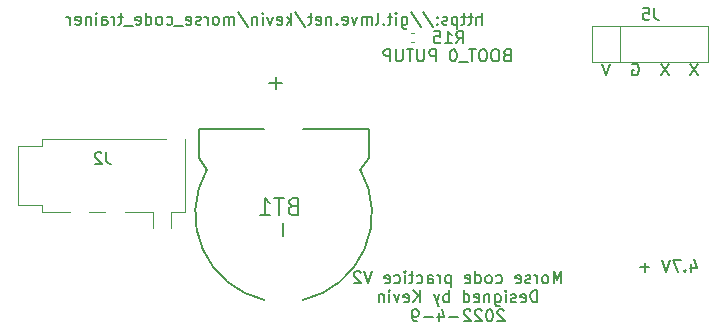
<source format=gbr>
%TF.GenerationSoftware,KiCad,Pcbnew,(6.0.2)*%
%TF.CreationDate,2022-04-09T20:57:27+08:00*%
%TF.ProjectId,Morse_code_PCB,4d6f7273-655f-4636-9f64-655f5043422e,rev?*%
%TF.SameCoordinates,Original*%
%TF.FileFunction,Legend,Bot*%
%TF.FilePolarity,Positive*%
%FSLAX46Y46*%
G04 Gerber Fmt 4.6, Leading zero omitted, Abs format (unit mm)*
G04 Created by KiCad (PCBNEW (6.0.2)) date 2022-04-09 20:57:27*
%MOMM*%
%LPD*%
G01*
G04 APERTURE LIST*
%ADD10C,0.150000*%
%ADD11C,0.120000*%
%ADD12C,0.127000*%
G04 APERTURE END LIST*
D10*
X107800000Y-136052380D02*
X107800000Y-135052380D01*
X107371428Y-136052380D02*
X107371428Y-135528571D01*
X107419047Y-135433333D01*
X107514285Y-135385714D01*
X107657142Y-135385714D01*
X107752380Y-135433333D01*
X107800000Y-135480952D01*
X107038095Y-135385714D02*
X106657142Y-135385714D01*
X106895238Y-135052380D02*
X106895238Y-135909523D01*
X106847619Y-136004761D01*
X106752380Y-136052380D01*
X106657142Y-136052380D01*
X106466666Y-135385714D02*
X106085714Y-135385714D01*
X106323809Y-135052380D02*
X106323809Y-135909523D01*
X106276190Y-136004761D01*
X106180952Y-136052380D01*
X106085714Y-136052380D01*
X105752380Y-135385714D02*
X105752380Y-136385714D01*
X105752380Y-135433333D02*
X105657142Y-135385714D01*
X105466666Y-135385714D01*
X105371428Y-135433333D01*
X105323809Y-135480952D01*
X105276190Y-135576190D01*
X105276190Y-135861904D01*
X105323809Y-135957142D01*
X105371428Y-136004761D01*
X105466666Y-136052380D01*
X105657142Y-136052380D01*
X105752380Y-136004761D01*
X104895238Y-136004761D02*
X104800000Y-136052380D01*
X104609523Y-136052380D01*
X104514285Y-136004761D01*
X104466666Y-135909523D01*
X104466666Y-135861904D01*
X104514285Y-135766666D01*
X104609523Y-135719047D01*
X104752380Y-135719047D01*
X104847619Y-135671428D01*
X104895238Y-135576190D01*
X104895238Y-135528571D01*
X104847619Y-135433333D01*
X104752380Y-135385714D01*
X104609523Y-135385714D01*
X104514285Y-135433333D01*
X104038095Y-135957142D02*
X103990476Y-136004761D01*
X104038095Y-136052380D01*
X104085714Y-136004761D01*
X104038095Y-135957142D01*
X104038095Y-136052380D01*
X104038095Y-135433333D02*
X103990476Y-135480952D01*
X104038095Y-135528571D01*
X104085714Y-135480952D01*
X104038095Y-135433333D01*
X104038095Y-135528571D01*
X102847619Y-135004761D02*
X103704761Y-136290476D01*
X101800000Y-135004761D02*
X102657142Y-136290476D01*
X101038095Y-135385714D02*
X101038095Y-136195238D01*
X101085714Y-136290476D01*
X101133333Y-136338095D01*
X101228571Y-136385714D01*
X101371428Y-136385714D01*
X101466666Y-136338095D01*
X101038095Y-136004761D02*
X101133333Y-136052380D01*
X101323809Y-136052380D01*
X101419047Y-136004761D01*
X101466666Y-135957142D01*
X101514285Y-135861904D01*
X101514285Y-135576190D01*
X101466666Y-135480952D01*
X101419047Y-135433333D01*
X101323809Y-135385714D01*
X101133333Y-135385714D01*
X101038095Y-135433333D01*
X100561904Y-136052380D02*
X100561904Y-135385714D01*
X100561904Y-135052380D02*
X100609523Y-135100000D01*
X100561904Y-135147619D01*
X100514285Y-135100000D01*
X100561904Y-135052380D01*
X100561904Y-135147619D01*
X100228571Y-135385714D02*
X99847619Y-135385714D01*
X100085714Y-135052380D02*
X100085714Y-135909523D01*
X100038095Y-136004761D01*
X99942857Y-136052380D01*
X99847619Y-136052380D01*
X99514285Y-135957142D02*
X99466666Y-136004761D01*
X99514285Y-136052380D01*
X99561904Y-136004761D01*
X99514285Y-135957142D01*
X99514285Y-136052380D01*
X98895238Y-136052380D02*
X98990476Y-136004761D01*
X99038095Y-135909523D01*
X99038095Y-135052380D01*
X98514285Y-136052380D02*
X98514285Y-135385714D01*
X98514285Y-135480952D02*
X98466666Y-135433333D01*
X98371428Y-135385714D01*
X98228571Y-135385714D01*
X98133333Y-135433333D01*
X98085714Y-135528571D01*
X98085714Y-136052380D01*
X98085714Y-135528571D02*
X98038095Y-135433333D01*
X97942857Y-135385714D01*
X97800000Y-135385714D01*
X97704761Y-135433333D01*
X97657142Y-135528571D01*
X97657142Y-136052380D01*
X97276190Y-135385714D02*
X97038095Y-136052380D01*
X96800000Y-135385714D01*
X96038095Y-136004761D02*
X96133333Y-136052380D01*
X96323809Y-136052380D01*
X96419047Y-136004761D01*
X96466666Y-135909523D01*
X96466666Y-135528571D01*
X96419047Y-135433333D01*
X96323809Y-135385714D01*
X96133333Y-135385714D01*
X96038095Y-135433333D01*
X95990476Y-135528571D01*
X95990476Y-135623809D01*
X96466666Y-135719047D01*
X95561904Y-135957142D02*
X95514285Y-136004761D01*
X95561904Y-136052380D01*
X95609523Y-136004761D01*
X95561904Y-135957142D01*
X95561904Y-136052380D01*
X95085714Y-135385714D02*
X95085714Y-136052380D01*
X95085714Y-135480952D02*
X95038095Y-135433333D01*
X94942857Y-135385714D01*
X94800000Y-135385714D01*
X94704761Y-135433333D01*
X94657142Y-135528571D01*
X94657142Y-136052380D01*
X93800000Y-136004761D02*
X93895238Y-136052380D01*
X94085714Y-136052380D01*
X94180952Y-136004761D01*
X94228571Y-135909523D01*
X94228571Y-135528571D01*
X94180952Y-135433333D01*
X94085714Y-135385714D01*
X93895238Y-135385714D01*
X93800000Y-135433333D01*
X93752380Y-135528571D01*
X93752380Y-135623809D01*
X94228571Y-135719047D01*
X93466666Y-135385714D02*
X93085714Y-135385714D01*
X93323809Y-135052380D02*
X93323809Y-135909523D01*
X93276190Y-136004761D01*
X93180952Y-136052380D01*
X93085714Y-136052380D01*
X92038095Y-135004761D02*
X92895238Y-136290476D01*
X91704761Y-136052380D02*
X91704761Y-135052380D01*
X91609523Y-135671428D02*
X91323809Y-136052380D01*
X91323809Y-135385714D02*
X91704761Y-135766666D01*
X90514285Y-136004761D02*
X90609523Y-136052380D01*
X90800000Y-136052380D01*
X90895238Y-136004761D01*
X90942857Y-135909523D01*
X90942857Y-135528571D01*
X90895238Y-135433333D01*
X90800000Y-135385714D01*
X90609523Y-135385714D01*
X90514285Y-135433333D01*
X90466666Y-135528571D01*
X90466666Y-135623809D01*
X90942857Y-135719047D01*
X90133333Y-135385714D02*
X89895238Y-136052380D01*
X89657142Y-135385714D01*
X89276190Y-136052380D02*
X89276190Y-135385714D01*
X89276190Y-135052380D02*
X89323809Y-135100000D01*
X89276190Y-135147619D01*
X89228571Y-135100000D01*
X89276190Y-135052380D01*
X89276190Y-135147619D01*
X88800000Y-135385714D02*
X88800000Y-136052380D01*
X88800000Y-135480952D02*
X88752380Y-135433333D01*
X88657142Y-135385714D01*
X88514285Y-135385714D01*
X88419047Y-135433333D01*
X88371428Y-135528571D01*
X88371428Y-136052380D01*
X87180952Y-135004761D02*
X88038095Y-136290476D01*
X86847619Y-136052380D02*
X86847619Y-135385714D01*
X86847619Y-135480952D02*
X86800000Y-135433333D01*
X86704761Y-135385714D01*
X86561904Y-135385714D01*
X86466666Y-135433333D01*
X86419047Y-135528571D01*
X86419047Y-136052380D01*
X86419047Y-135528571D02*
X86371428Y-135433333D01*
X86276190Y-135385714D01*
X86133333Y-135385714D01*
X86038095Y-135433333D01*
X85990476Y-135528571D01*
X85990476Y-136052380D01*
X85371428Y-136052380D02*
X85466666Y-136004761D01*
X85514285Y-135957142D01*
X85561904Y-135861904D01*
X85561904Y-135576190D01*
X85514285Y-135480952D01*
X85466666Y-135433333D01*
X85371428Y-135385714D01*
X85228571Y-135385714D01*
X85133333Y-135433333D01*
X85085714Y-135480952D01*
X85038095Y-135576190D01*
X85038095Y-135861904D01*
X85085714Y-135957142D01*
X85133333Y-136004761D01*
X85228571Y-136052380D01*
X85371428Y-136052380D01*
X84609523Y-136052380D02*
X84609523Y-135385714D01*
X84609523Y-135576190D02*
X84561904Y-135480952D01*
X84514285Y-135433333D01*
X84419047Y-135385714D01*
X84323809Y-135385714D01*
X84038095Y-136004761D02*
X83942857Y-136052380D01*
X83752380Y-136052380D01*
X83657142Y-136004761D01*
X83609523Y-135909523D01*
X83609523Y-135861904D01*
X83657142Y-135766666D01*
X83752380Y-135719047D01*
X83895238Y-135719047D01*
X83990476Y-135671428D01*
X84038095Y-135576190D01*
X84038095Y-135528571D01*
X83990476Y-135433333D01*
X83895238Y-135385714D01*
X83752380Y-135385714D01*
X83657142Y-135433333D01*
X82800000Y-136004761D02*
X82895238Y-136052380D01*
X83085714Y-136052380D01*
X83180952Y-136004761D01*
X83228571Y-135909523D01*
X83228571Y-135528571D01*
X83180952Y-135433333D01*
X83085714Y-135385714D01*
X82895238Y-135385714D01*
X82800000Y-135433333D01*
X82752380Y-135528571D01*
X82752380Y-135623809D01*
X83228571Y-135719047D01*
X82561904Y-136147619D02*
X81800000Y-136147619D01*
X81133333Y-136004761D02*
X81228571Y-136052380D01*
X81419047Y-136052380D01*
X81514285Y-136004761D01*
X81561904Y-135957142D01*
X81609523Y-135861904D01*
X81609523Y-135576190D01*
X81561904Y-135480952D01*
X81514285Y-135433333D01*
X81419047Y-135385714D01*
X81228571Y-135385714D01*
X81133333Y-135433333D01*
X80561904Y-136052380D02*
X80657142Y-136004761D01*
X80704761Y-135957142D01*
X80752380Y-135861904D01*
X80752380Y-135576190D01*
X80704761Y-135480952D01*
X80657142Y-135433333D01*
X80561904Y-135385714D01*
X80419047Y-135385714D01*
X80323809Y-135433333D01*
X80276190Y-135480952D01*
X80228571Y-135576190D01*
X80228571Y-135861904D01*
X80276190Y-135957142D01*
X80323809Y-136004761D01*
X80419047Y-136052380D01*
X80561904Y-136052380D01*
X79371428Y-136052380D02*
X79371428Y-135052380D01*
X79371428Y-136004761D02*
X79466666Y-136052380D01*
X79657142Y-136052380D01*
X79752380Y-136004761D01*
X79800000Y-135957142D01*
X79847619Y-135861904D01*
X79847619Y-135576190D01*
X79800000Y-135480952D01*
X79752380Y-135433333D01*
X79657142Y-135385714D01*
X79466666Y-135385714D01*
X79371428Y-135433333D01*
X78514285Y-136004761D02*
X78609523Y-136052380D01*
X78800000Y-136052380D01*
X78895238Y-136004761D01*
X78942857Y-135909523D01*
X78942857Y-135528571D01*
X78895238Y-135433333D01*
X78800000Y-135385714D01*
X78609523Y-135385714D01*
X78514285Y-135433333D01*
X78466666Y-135528571D01*
X78466666Y-135623809D01*
X78942857Y-135719047D01*
X78276190Y-136147619D02*
X77514285Y-136147619D01*
X77419047Y-135385714D02*
X77038095Y-135385714D01*
X77276190Y-135052380D02*
X77276190Y-135909523D01*
X77228571Y-136004761D01*
X77133333Y-136052380D01*
X77038095Y-136052380D01*
X76704761Y-136052380D02*
X76704761Y-135385714D01*
X76704761Y-135576190D02*
X76657142Y-135480952D01*
X76609523Y-135433333D01*
X76514285Y-135385714D01*
X76419047Y-135385714D01*
X75657142Y-136052380D02*
X75657142Y-135528571D01*
X75704761Y-135433333D01*
X75800000Y-135385714D01*
X75990476Y-135385714D01*
X76085714Y-135433333D01*
X75657142Y-136004761D02*
X75752380Y-136052380D01*
X75990476Y-136052380D01*
X76085714Y-136004761D01*
X76133333Y-135909523D01*
X76133333Y-135814285D01*
X76085714Y-135719047D01*
X75990476Y-135671428D01*
X75752380Y-135671428D01*
X75657142Y-135623809D01*
X75180952Y-136052380D02*
X75180952Y-135385714D01*
X75180952Y-135052380D02*
X75228571Y-135100000D01*
X75180952Y-135147619D01*
X75133333Y-135100000D01*
X75180952Y-135052380D01*
X75180952Y-135147619D01*
X74704761Y-135385714D02*
X74704761Y-136052380D01*
X74704761Y-135480952D02*
X74657142Y-135433333D01*
X74561904Y-135385714D01*
X74419047Y-135385714D01*
X74323809Y-135433333D01*
X74276190Y-135528571D01*
X74276190Y-136052380D01*
X73419047Y-136004761D02*
X73514285Y-136052380D01*
X73704761Y-136052380D01*
X73800000Y-136004761D01*
X73847619Y-135909523D01*
X73847619Y-135528571D01*
X73800000Y-135433333D01*
X73704761Y-135385714D01*
X73514285Y-135385714D01*
X73419047Y-135433333D01*
X73371428Y-135528571D01*
X73371428Y-135623809D01*
X73847619Y-135719047D01*
X72942857Y-136052380D02*
X72942857Y-135385714D01*
X72942857Y-135576190D02*
X72895238Y-135480952D01*
X72847619Y-135433333D01*
X72752380Y-135385714D01*
X72657142Y-135385714D01*
X125552380Y-156285714D02*
X125552380Y-156952380D01*
X125790476Y-155904761D02*
X126028571Y-156619047D01*
X125409523Y-156619047D01*
X125028571Y-156857142D02*
X124980952Y-156904761D01*
X125028571Y-156952380D01*
X125076190Y-156904761D01*
X125028571Y-156857142D01*
X125028571Y-156952380D01*
X124647619Y-155952380D02*
X123980952Y-155952380D01*
X124409523Y-156952380D01*
X123742857Y-155952380D02*
X123409523Y-156952380D01*
X123076190Y-155952380D01*
X121980952Y-156571428D02*
X121219047Y-156571428D01*
X121600000Y-156952380D02*
X121600000Y-156190476D01*
X109923809Y-138628571D02*
X109780952Y-138676190D01*
X109733333Y-138723809D01*
X109685714Y-138819047D01*
X109685714Y-138961904D01*
X109733333Y-139057142D01*
X109780952Y-139104761D01*
X109876190Y-139152380D01*
X110257142Y-139152380D01*
X110257142Y-138152380D01*
X109923809Y-138152380D01*
X109828571Y-138200000D01*
X109780952Y-138247619D01*
X109733333Y-138342857D01*
X109733333Y-138438095D01*
X109780952Y-138533333D01*
X109828571Y-138580952D01*
X109923809Y-138628571D01*
X110257142Y-138628571D01*
X109066666Y-138152380D02*
X108876190Y-138152380D01*
X108780952Y-138200000D01*
X108685714Y-138295238D01*
X108638095Y-138485714D01*
X108638095Y-138819047D01*
X108685714Y-139009523D01*
X108780952Y-139104761D01*
X108876190Y-139152380D01*
X109066666Y-139152380D01*
X109161904Y-139104761D01*
X109257142Y-139009523D01*
X109304761Y-138819047D01*
X109304761Y-138485714D01*
X109257142Y-138295238D01*
X109161904Y-138200000D01*
X109066666Y-138152380D01*
X108019047Y-138152380D02*
X107828571Y-138152380D01*
X107733333Y-138200000D01*
X107638095Y-138295238D01*
X107590476Y-138485714D01*
X107590476Y-138819047D01*
X107638095Y-139009523D01*
X107733333Y-139104761D01*
X107828571Y-139152380D01*
X108019047Y-139152380D01*
X108114285Y-139104761D01*
X108209523Y-139009523D01*
X108257142Y-138819047D01*
X108257142Y-138485714D01*
X108209523Y-138295238D01*
X108114285Y-138200000D01*
X108019047Y-138152380D01*
X107304761Y-138152380D02*
X106733333Y-138152380D01*
X107019047Y-139152380D02*
X107019047Y-138152380D01*
X106638095Y-139247619D02*
X105876190Y-139247619D01*
X105447619Y-138152380D02*
X105352380Y-138152380D01*
X105257142Y-138200000D01*
X105209523Y-138247619D01*
X105161904Y-138342857D01*
X105114285Y-138533333D01*
X105114285Y-138771428D01*
X105161904Y-138961904D01*
X105209523Y-139057142D01*
X105257142Y-139104761D01*
X105352380Y-139152380D01*
X105447619Y-139152380D01*
X105542857Y-139104761D01*
X105590476Y-139057142D01*
X105638095Y-138961904D01*
X105685714Y-138771428D01*
X105685714Y-138533333D01*
X105638095Y-138342857D01*
X105590476Y-138247619D01*
X105542857Y-138200000D01*
X105447619Y-138152380D01*
X103923809Y-139152380D02*
X103923809Y-138152380D01*
X103542857Y-138152380D01*
X103447619Y-138200000D01*
X103400000Y-138247619D01*
X103352380Y-138342857D01*
X103352380Y-138485714D01*
X103400000Y-138580952D01*
X103447619Y-138628571D01*
X103542857Y-138676190D01*
X103923809Y-138676190D01*
X102923809Y-138152380D02*
X102923809Y-138961904D01*
X102876190Y-139057142D01*
X102828571Y-139104761D01*
X102733333Y-139152380D01*
X102542857Y-139152380D01*
X102447619Y-139104761D01*
X102400000Y-139057142D01*
X102352380Y-138961904D01*
X102352380Y-138152380D01*
X102019047Y-138152380D02*
X101447619Y-138152380D01*
X101733333Y-139152380D02*
X101733333Y-138152380D01*
X101114285Y-138152380D02*
X101114285Y-138961904D01*
X101066666Y-139057142D01*
X101019047Y-139104761D01*
X100923809Y-139152380D01*
X100733333Y-139152380D01*
X100638095Y-139104761D01*
X100590476Y-139057142D01*
X100542857Y-138961904D01*
X100542857Y-138152380D01*
X100066666Y-139152380D02*
X100066666Y-138152380D01*
X99685714Y-138152380D01*
X99590476Y-138200000D01*
X99542857Y-138247619D01*
X99495238Y-138342857D01*
X99495238Y-138485714D01*
X99542857Y-138580952D01*
X99590476Y-138628571D01*
X99685714Y-138676190D01*
X100066666Y-138676190D01*
X126123809Y-139352380D02*
X125457142Y-140352380D01*
X125457142Y-139352380D02*
X126123809Y-140352380D01*
X123647619Y-139352380D02*
X122980952Y-140352380D01*
X122980952Y-139352380D02*
X123647619Y-140352380D01*
X120552380Y-139400000D02*
X120647619Y-139352380D01*
X120790476Y-139352380D01*
X120933333Y-139400000D01*
X121028571Y-139495238D01*
X121076190Y-139590476D01*
X121123809Y-139780952D01*
X121123809Y-139923809D01*
X121076190Y-140114285D01*
X121028571Y-140209523D01*
X120933333Y-140304761D01*
X120790476Y-140352380D01*
X120695238Y-140352380D01*
X120552380Y-140304761D01*
X120504761Y-140257142D01*
X120504761Y-139923809D01*
X120695238Y-139923809D01*
X118695238Y-139352380D02*
X118361904Y-140352380D01*
X118028571Y-139352380D01*
X114561904Y-157942380D02*
X114561904Y-156942380D01*
X114228571Y-157656666D01*
X113895238Y-156942380D01*
X113895238Y-157942380D01*
X113276190Y-157942380D02*
X113371428Y-157894761D01*
X113419047Y-157847142D01*
X113466666Y-157751904D01*
X113466666Y-157466190D01*
X113419047Y-157370952D01*
X113371428Y-157323333D01*
X113276190Y-157275714D01*
X113133333Y-157275714D01*
X113038095Y-157323333D01*
X112990476Y-157370952D01*
X112942857Y-157466190D01*
X112942857Y-157751904D01*
X112990476Y-157847142D01*
X113038095Y-157894761D01*
X113133333Y-157942380D01*
X113276190Y-157942380D01*
X112514285Y-157942380D02*
X112514285Y-157275714D01*
X112514285Y-157466190D02*
X112466666Y-157370952D01*
X112419047Y-157323333D01*
X112323809Y-157275714D01*
X112228571Y-157275714D01*
X111942857Y-157894761D02*
X111847619Y-157942380D01*
X111657142Y-157942380D01*
X111561904Y-157894761D01*
X111514285Y-157799523D01*
X111514285Y-157751904D01*
X111561904Y-157656666D01*
X111657142Y-157609047D01*
X111800000Y-157609047D01*
X111895238Y-157561428D01*
X111942857Y-157466190D01*
X111942857Y-157418571D01*
X111895238Y-157323333D01*
X111800000Y-157275714D01*
X111657142Y-157275714D01*
X111561904Y-157323333D01*
X110704761Y-157894761D02*
X110800000Y-157942380D01*
X110990476Y-157942380D01*
X111085714Y-157894761D01*
X111133333Y-157799523D01*
X111133333Y-157418571D01*
X111085714Y-157323333D01*
X110990476Y-157275714D01*
X110800000Y-157275714D01*
X110704761Y-157323333D01*
X110657142Y-157418571D01*
X110657142Y-157513809D01*
X111133333Y-157609047D01*
X109038095Y-157894761D02*
X109133333Y-157942380D01*
X109323809Y-157942380D01*
X109419047Y-157894761D01*
X109466666Y-157847142D01*
X109514285Y-157751904D01*
X109514285Y-157466190D01*
X109466666Y-157370952D01*
X109419047Y-157323333D01*
X109323809Y-157275714D01*
X109133333Y-157275714D01*
X109038095Y-157323333D01*
X108466666Y-157942380D02*
X108561904Y-157894761D01*
X108609523Y-157847142D01*
X108657142Y-157751904D01*
X108657142Y-157466190D01*
X108609523Y-157370952D01*
X108561904Y-157323333D01*
X108466666Y-157275714D01*
X108323809Y-157275714D01*
X108228571Y-157323333D01*
X108180952Y-157370952D01*
X108133333Y-157466190D01*
X108133333Y-157751904D01*
X108180952Y-157847142D01*
X108228571Y-157894761D01*
X108323809Y-157942380D01*
X108466666Y-157942380D01*
X107276190Y-157942380D02*
X107276190Y-156942380D01*
X107276190Y-157894761D02*
X107371428Y-157942380D01*
X107561904Y-157942380D01*
X107657142Y-157894761D01*
X107704761Y-157847142D01*
X107752380Y-157751904D01*
X107752380Y-157466190D01*
X107704761Y-157370952D01*
X107657142Y-157323333D01*
X107561904Y-157275714D01*
X107371428Y-157275714D01*
X107276190Y-157323333D01*
X106419047Y-157894761D02*
X106514285Y-157942380D01*
X106704761Y-157942380D01*
X106800000Y-157894761D01*
X106847619Y-157799523D01*
X106847619Y-157418571D01*
X106800000Y-157323333D01*
X106704761Y-157275714D01*
X106514285Y-157275714D01*
X106419047Y-157323333D01*
X106371428Y-157418571D01*
X106371428Y-157513809D01*
X106847619Y-157609047D01*
X105180952Y-157275714D02*
X105180952Y-158275714D01*
X105180952Y-157323333D02*
X105085714Y-157275714D01*
X104895238Y-157275714D01*
X104800000Y-157323333D01*
X104752380Y-157370952D01*
X104704761Y-157466190D01*
X104704761Y-157751904D01*
X104752380Y-157847142D01*
X104800000Y-157894761D01*
X104895238Y-157942380D01*
X105085714Y-157942380D01*
X105180952Y-157894761D01*
X104276190Y-157942380D02*
X104276190Y-157275714D01*
X104276190Y-157466190D02*
X104228571Y-157370952D01*
X104180952Y-157323333D01*
X104085714Y-157275714D01*
X103990476Y-157275714D01*
X103228571Y-157942380D02*
X103228571Y-157418571D01*
X103276190Y-157323333D01*
X103371428Y-157275714D01*
X103561904Y-157275714D01*
X103657142Y-157323333D01*
X103228571Y-157894761D02*
X103323809Y-157942380D01*
X103561904Y-157942380D01*
X103657142Y-157894761D01*
X103704761Y-157799523D01*
X103704761Y-157704285D01*
X103657142Y-157609047D01*
X103561904Y-157561428D01*
X103323809Y-157561428D01*
X103228571Y-157513809D01*
X102323809Y-157894761D02*
X102419047Y-157942380D01*
X102609523Y-157942380D01*
X102704761Y-157894761D01*
X102752380Y-157847142D01*
X102800000Y-157751904D01*
X102800000Y-157466190D01*
X102752380Y-157370952D01*
X102704761Y-157323333D01*
X102609523Y-157275714D01*
X102419047Y-157275714D01*
X102323809Y-157323333D01*
X102038095Y-157275714D02*
X101657142Y-157275714D01*
X101895238Y-156942380D02*
X101895238Y-157799523D01*
X101847619Y-157894761D01*
X101752380Y-157942380D01*
X101657142Y-157942380D01*
X101323809Y-157942380D02*
X101323809Y-157275714D01*
X101323809Y-156942380D02*
X101371428Y-156990000D01*
X101323809Y-157037619D01*
X101276190Y-156990000D01*
X101323809Y-156942380D01*
X101323809Y-157037619D01*
X100419047Y-157894761D02*
X100514285Y-157942380D01*
X100704761Y-157942380D01*
X100800000Y-157894761D01*
X100847619Y-157847142D01*
X100895238Y-157751904D01*
X100895238Y-157466190D01*
X100847619Y-157370952D01*
X100800000Y-157323333D01*
X100704761Y-157275714D01*
X100514285Y-157275714D01*
X100419047Y-157323333D01*
X99609523Y-157894761D02*
X99704761Y-157942380D01*
X99895238Y-157942380D01*
X99990476Y-157894761D01*
X100038095Y-157799523D01*
X100038095Y-157418571D01*
X99990476Y-157323333D01*
X99895238Y-157275714D01*
X99704761Y-157275714D01*
X99609523Y-157323333D01*
X99561904Y-157418571D01*
X99561904Y-157513809D01*
X100038095Y-157609047D01*
X98514285Y-156942380D02*
X98180952Y-157942380D01*
X97847619Y-156942380D01*
X97561904Y-157037619D02*
X97514285Y-156990000D01*
X97419047Y-156942380D01*
X97180952Y-156942380D01*
X97085714Y-156990000D01*
X97038095Y-157037619D01*
X96990476Y-157132857D01*
X96990476Y-157228095D01*
X97038095Y-157370952D01*
X97609523Y-157942380D01*
X96990476Y-157942380D01*
X112514285Y-159552380D02*
X112514285Y-158552380D01*
X112276190Y-158552380D01*
X112133333Y-158600000D01*
X112038095Y-158695238D01*
X111990476Y-158790476D01*
X111942857Y-158980952D01*
X111942857Y-159123809D01*
X111990476Y-159314285D01*
X112038095Y-159409523D01*
X112133333Y-159504761D01*
X112276190Y-159552380D01*
X112514285Y-159552380D01*
X111133333Y-159504761D02*
X111228571Y-159552380D01*
X111419047Y-159552380D01*
X111514285Y-159504761D01*
X111561904Y-159409523D01*
X111561904Y-159028571D01*
X111514285Y-158933333D01*
X111419047Y-158885714D01*
X111228571Y-158885714D01*
X111133333Y-158933333D01*
X111085714Y-159028571D01*
X111085714Y-159123809D01*
X111561904Y-159219047D01*
X110704761Y-159504761D02*
X110609523Y-159552380D01*
X110419047Y-159552380D01*
X110323809Y-159504761D01*
X110276190Y-159409523D01*
X110276190Y-159361904D01*
X110323809Y-159266666D01*
X110419047Y-159219047D01*
X110561904Y-159219047D01*
X110657142Y-159171428D01*
X110704761Y-159076190D01*
X110704761Y-159028571D01*
X110657142Y-158933333D01*
X110561904Y-158885714D01*
X110419047Y-158885714D01*
X110323809Y-158933333D01*
X109847619Y-159552380D02*
X109847619Y-158885714D01*
X109847619Y-158552380D02*
X109895238Y-158600000D01*
X109847619Y-158647619D01*
X109800000Y-158600000D01*
X109847619Y-158552380D01*
X109847619Y-158647619D01*
X108942857Y-158885714D02*
X108942857Y-159695238D01*
X108990476Y-159790476D01*
X109038095Y-159838095D01*
X109133333Y-159885714D01*
X109276190Y-159885714D01*
X109371428Y-159838095D01*
X108942857Y-159504761D02*
X109038095Y-159552380D01*
X109228571Y-159552380D01*
X109323809Y-159504761D01*
X109371428Y-159457142D01*
X109419047Y-159361904D01*
X109419047Y-159076190D01*
X109371428Y-158980952D01*
X109323809Y-158933333D01*
X109228571Y-158885714D01*
X109038095Y-158885714D01*
X108942857Y-158933333D01*
X108466666Y-158885714D02*
X108466666Y-159552380D01*
X108466666Y-158980952D02*
X108419047Y-158933333D01*
X108323809Y-158885714D01*
X108180952Y-158885714D01*
X108085714Y-158933333D01*
X108038095Y-159028571D01*
X108038095Y-159552380D01*
X107180952Y-159504761D02*
X107276190Y-159552380D01*
X107466666Y-159552380D01*
X107561904Y-159504761D01*
X107609523Y-159409523D01*
X107609523Y-159028571D01*
X107561904Y-158933333D01*
X107466666Y-158885714D01*
X107276190Y-158885714D01*
X107180952Y-158933333D01*
X107133333Y-159028571D01*
X107133333Y-159123809D01*
X107609523Y-159219047D01*
X106276190Y-159552380D02*
X106276190Y-158552380D01*
X106276190Y-159504761D02*
X106371428Y-159552380D01*
X106561904Y-159552380D01*
X106657142Y-159504761D01*
X106704761Y-159457142D01*
X106752380Y-159361904D01*
X106752380Y-159076190D01*
X106704761Y-158980952D01*
X106657142Y-158933333D01*
X106561904Y-158885714D01*
X106371428Y-158885714D01*
X106276190Y-158933333D01*
X105038095Y-159552380D02*
X105038095Y-158552380D01*
X105038095Y-158933333D02*
X104942857Y-158885714D01*
X104752380Y-158885714D01*
X104657142Y-158933333D01*
X104609523Y-158980952D01*
X104561904Y-159076190D01*
X104561904Y-159361904D01*
X104609523Y-159457142D01*
X104657142Y-159504761D01*
X104752380Y-159552380D01*
X104942857Y-159552380D01*
X105038095Y-159504761D01*
X104228571Y-158885714D02*
X103990476Y-159552380D01*
X103752380Y-158885714D02*
X103990476Y-159552380D01*
X104085714Y-159790476D01*
X104133333Y-159838095D01*
X104228571Y-159885714D01*
X102609523Y-159552380D02*
X102609523Y-158552380D01*
X102038095Y-159552380D02*
X102466666Y-158980952D01*
X102038095Y-158552380D02*
X102609523Y-159123809D01*
X101228571Y-159504761D02*
X101323809Y-159552380D01*
X101514285Y-159552380D01*
X101609523Y-159504761D01*
X101657142Y-159409523D01*
X101657142Y-159028571D01*
X101609523Y-158933333D01*
X101514285Y-158885714D01*
X101323809Y-158885714D01*
X101228571Y-158933333D01*
X101180952Y-159028571D01*
X101180952Y-159123809D01*
X101657142Y-159219047D01*
X100847619Y-158885714D02*
X100609523Y-159552380D01*
X100371428Y-158885714D01*
X99990476Y-159552380D02*
X99990476Y-158885714D01*
X99990476Y-158552380D02*
X100038095Y-158600000D01*
X99990476Y-158647619D01*
X99942857Y-158600000D01*
X99990476Y-158552380D01*
X99990476Y-158647619D01*
X99514285Y-158885714D02*
X99514285Y-159552380D01*
X99514285Y-158980952D02*
X99466666Y-158933333D01*
X99371428Y-158885714D01*
X99228571Y-158885714D01*
X99133333Y-158933333D01*
X99085714Y-159028571D01*
X99085714Y-159552380D01*
X109704761Y-160257619D02*
X109657142Y-160210000D01*
X109561904Y-160162380D01*
X109323809Y-160162380D01*
X109228571Y-160210000D01*
X109180952Y-160257619D01*
X109133333Y-160352857D01*
X109133333Y-160448095D01*
X109180952Y-160590952D01*
X109752380Y-161162380D01*
X109133333Y-161162380D01*
X108514285Y-160162380D02*
X108419047Y-160162380D01*
X108323809Y-160210000D01*
X108276190Y-160257619D01*
X108228571Y-160352857D01*
X108180952Y-160543333D01*
X108180952Y-160781428D01*
X108228571Y-160971904D01*
X108276190Y-161067142D01*
X108323809Y-161114761D01*
X108419047Y-161162380D01*
X108514285Y-161162380D01*
X108609523Y-161114761D01*
X108657142Y-161067142D01*
X108704761Y-160971904D01*
X108752380Y-160781428D01*
X108752380Y-160543333D01*
X108704761Y-160352857D01*
X108657142Y-160257619D01*
X108609523Y-160210000D01*
X108514285Y-160162380D01*
X107800000Y-160257619D02*
X107752380Y-160210000D01*
X107657142Y-160162380D01*
X107419047Y-160162380D01*
X107323809Y-160210000D01*
X107276190Y-160257619D01*
X107228571Y-160352857D01*
X107228571Y-160448095D01*
X107276190Y-160590952D01*
X107847619Y-161162380D01*
X107228571Y-161162380D01*
X106847619Y-160257619D02*
X106800000Y-160210000D01*
X106704761Y-160162380D01*
X106466666Y-160162380D01*
X106371428Y-160210000D01*
X106323809Y-160257619D01*
X106276190Y-160352857D01*
X106276190Y-160448095D01*
X106323809Y-160590952D01*
X106895238Y-161162380D01*
X106276190Y-161162380D01*
X105847619Y-160781428D02*
X105085714Y-160781428D01*
X104180952Y-160495714D02*
X104180952Y-161162380D01*
X104419047Y-160114761D02*
X104657142Y-160829047D01*
X104038095Y-160829047D01*
X103657142Y-160781428D02*
X102895238Y-160781428D01*
X102371428Y-161162380D02*
X102180952Y-161162380D01*
X102085714Y-161114761D01*
X102038095Y-161067142D01*
X101942857Y-160924285D01*
X101895238Y-160733809D01*
X101895238Y-160352857D01*
X101942857Y-160257619D01*
X101990476Y-160210000D01*
X102085714Y-160162380D01*
X102276190Y-160162380D01*
X102371428Y-160210000D01*
X102419047Y-160257619D01*
X102466666Y-160352857D01*
X102466666Y-160590952D01*
X102419047Y-160686190D01*
X102371428Y-160733809D01*
X102276190Y-160781428D01*
X102085714Y-160781428D01*
X101990476Y-160733809D01*
X101942857Y-160686190D01*
X101895238Y-160590952D01*
%TO.C,R15*%
X105642857Y-137622380D02*
X105976190Y-137146190D01*
X106214285Y-137622380D02*
X106214285Y-136622380D01*
X105833333Y-136622380D01*
X105738095Y-136670000D01*
X105690476Y-136717619D01*
X105642857Y-136812857D01*
X105642857Y-136955714D01*
X105690476Y-137050952D01*
X105738095Y-137098571D01*
X105833333Y-137146190D01*
X106214285Y-137146190D01*
X104690476Y-137622380D02*
X105261904Y-137622380D01*
X104976190Y-137622380D02*
X104976190Y-136622380D01*
X105071428Y-136765238D01*
X105166666Y-136860476D01*
X105261904Y-136908095D01*
X103785714Y-136622380D02*
X104261904Y-136622380D01*
X104309523Y-137098571D01*
X104261904Y-137050952D01*
X104166666Y-137003333D01*
X103928571Y-137003333D01*
X103833333Y-137050952D01*
X103785714Y-137098571D01*
X103738095Y-137193809D01*
X103738095Y-137431904D01*
X103785714Y-137527142D01*
X103833333Y-137574761D01*
X103928571Y-137622380D01*
X104166666Y-137622380D01*
X104261904Y-137574761D01*
X104309523Y-137527142D01*
%TO.C,J5*%
X122433333Y-134652380D02*
X122433333Y-135366666D01*
X122480952Y-135509523D01*
X122576190Y-135604761D01*
X122719047Y-135652380D01*
X122814285Y-135652380D01*
X121480952Y-134652380D02*
X121957142Y-134652380D01*
X122004761Y-135128571D01*
X121957142Y-135080952D01*
X121861904Y-135033333D01*
X121623809Y-135033333D01*
X121528571Y-135080952D01*
X121480952Y-135128571D01*
X121433333Y-135223809D01*
X121433333Y-135461904D01*
X121480952Y-135557142D01*
X121528571Y-135604761D01*
X121623809Y-135652380D01*
X121861904Y-135652380D01*
X121957142Y-135604761D01*
X122004761Y-135557142D01*
%TO.C,BT1*%
X91800000Y-151400000D02*
X91600000Y-151466666D01*
X91533333Y-151533333D01*
X91466666Y-151666666D01*
X91466666Y-151866666D01*
X91533333Y-152000000D01*
X91600000Y-152066666D01*
X91733333Y-152133333D01*
X92266666Y-152133333D01*
X92266666Y-150733333D01*
X91800000Y-150733333D01*
X91666666Y-150800000D01*
X91600000Y-150866666D01*
X91533333Y-151000000D01*
X91533333Y-151133333D01*
X91600000Y-151266666D01*
X91666666Y-151333333D01*
X91800000Y-151400000D01*
X92266666Y-151400000D01*
X91066666Y-150733333D02*
X90266666Y-150733333D01*
X90666666Y-152133333D02*
X90666666Y-150733333D01*
X89066666Y-152133333D02*
X89866666Y-152133333D01*
X89466666Y-152133333D02*
X89466666Y-150733333D01*
X89600000Y-150933333D01*
X89733333Y-151066666D01*
X89866666Y-151133333D01*
X91000000Y-152866666D02*
X91000000Y-153933333D01*
X90378000Y-140457666D02*
X90378000Y-141524333D01*
X90911333Y-140991000D02*
X89844666Y-140991000D01*
%TO.C,J2*%
X76033333Y-146852380D02*
X76033333Y-147566666D01*
X76080952Y-147709523D01*
X76176190Y-147804761D01*
X76319047Y-147852380D01*
X76414285Y-147852380D01*
X75604761Y-146947619D02*
X75557142Y-146900000D01*
X75461904Y-146852380D01*
X75223809Y-146852380D01*
X75128571Y-146900000D01*
X75080952Y-146947619D01*
X75033333Y-147042857D01*
X75033333Y-147138095D01*
X75080952Y-147280952D01*
X75652380Y-147852380D01*
X75033333Y-147852380D01*
D11*
%TO.C,R15*%
X101796359Y-137550000D02*
X102103641Y-137550000D01*
X101796359Y-136790000D02*
X102103641Y-136790000D01*
%TO.C,J5*%
X127010000Y-139200000D02*
X127010000Y-136200000D01*
X119560000Y-139200000D02*
X119560000Y-136200000D01*
X117190000Y-136200000D02*
X117190000Y-139200000D01*
X127010000Y-136200000D02*
X117190000Y-136200000D01*
X117190000Y-139200000D02*
X127010000Y-139200000D01*
D12*
%TO.C,BT1*%
X98240000Y-144855000D02*
X92660000Y-144855000D01*
X98240000Y-144855000D02*
X98240000Y-147370000D01*
X83840000Y-147370000D02*
X84540000Y-148340000D01*
X98240000Y-147370000D02*
X97540000Y-148340000D01*
X89420000Y-144855000D02*
X83840000Y-144855000D01*
X83840000Y-144855000D02*
X83840000Y-147370000D01*
X84540000Y-148339999D02*
G75*
G03*
X89420000Y-159360000I6503807J-3710420D01*
G01*
X92660000Y-159359999D02*
G75*
G03*
X97540000Y-148340000I-1623809J7309581D01*
G01*
D11*
%TO.C,J2*%
X81080000Y-145700000D02*
X70555000Y-145700000D01*
X70555000Y-146300000D02*
X68555000Y-146300000D01*
X70555000Y-151300000D02*
X68555000Y-151300000D01*
X74580000Y-151900000D02*
X75930000Y-151900000D01*
X70555000Y-146300000D02*
X70555000Y-145700000D01*
X79980000Y-151900000D02*
X79980000Y-153300000D01*
X77580000Y-151900000D02*
X79980000Y-151900000D01*
X81530000Y-151900000D02*
X82655000Y-151900000D01*
X82655000Y-145700000D02*
X82655000Y-151900000D01*
X81530000Y-151900000D02*
X81530000Y-153300000D01*
X70555000Y-151900000D02*
X70555000Y-151300000D01*
X68555000Y-151300000D02*
X68555000Y-146300000D01*
X70555000Y-151900000D02*
X72930000Y-151900000D01*
%TD*%
M02*

</source>
